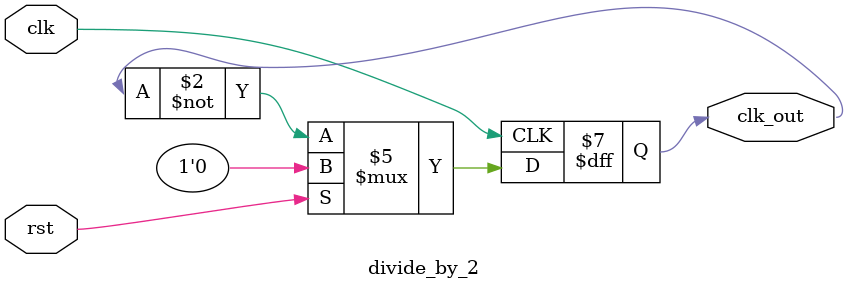
<source format=v>
`timescale 1ns / 1ps
module divide_by_2(clk_out,clk,rst);
input clk,rst;
output reg clk_out;
initial begin
 clk_out = 0;
 end
 always @(posedge clk ) 
 begin
    if (rst)
    begin
    clk_out <= 0;
    end
  else 
    begin
    clk_out <= ~clk_out;
    end
 end

endmodule


</source>
